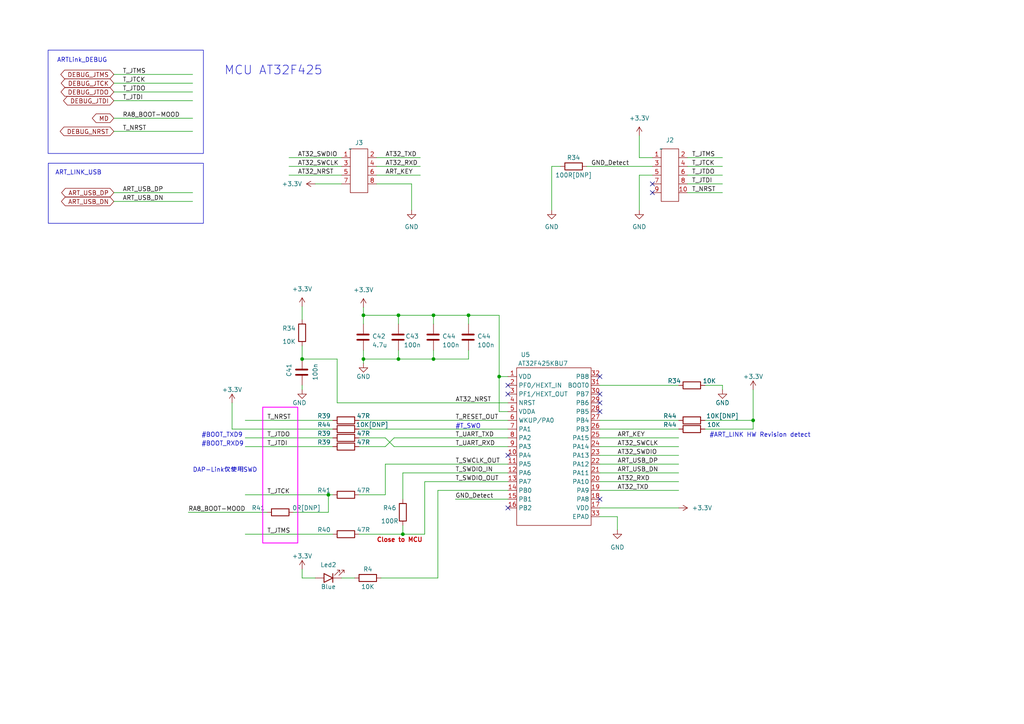
<source format=kicad_sch>
(kicad_sch (version 20230121) (generator eeschema)
  (paper "A4")
  (lib_symbols
    (symbol "Cap_2" (pin_numbers hide) (pin_names hide)
      (property "Reference" "C?" (at 0 5.08 0))
      (property "Value" "Cap_2" (at 0 3.81 0))
      (symbol "Cap_2_0_1"
        (polyline (pts (xy -0.762 -1.778) (xy -0.762 1.524)) (stroke (width 0.5)))
        (polyline (pts (xy 0.762 -1.778) (xy 0.762 1.524)) (stroke (width 0.5)))
      )
      (symbol "Cap_2_1_1"
        (pin passive line (at -3.81 0 0) (length 2.8) (name "~") (number "1"))
        (pin passive line (at 3.81 0 180) (length 2.8) (name "~") (number "2"))
      )
    )
    (symbol "RA8:2*4p"
      (property "Reference" "J" (at 0 0 0))
      (symbol "2*4p_0_1"
        (rectangle (start 0 0) (end 5.08 -12.7))
      )
      (symbol "2*4p_1_1"
        (pin bidirectional line (at -2.54 -2.54 0) (length 2.54) (name "") (number "1"))
        (pin bidirectional line (at 7.62 -2.54 180) (length 2.54) (name "") (number "2"))
        (pin bidirectional line (at -2.54 -5.08 0) (length 2.54) (name "") (number "3"))
        (pin bidirectional line (at 7.62 -5.08 180) (length 2.54) (name "") (number "4"))
        (pin bidirectional line (at -2.54 -7.62 0) (length 2.54) (name "") (number "5"))
        (pin bidirectional line (at 7.62 -7.62 180) (length 2.54) (name "") (number "6"))
        (pin bidirectional line (at -2.54 -10.16 0) (length 2.54) (name "") (number "7"))
        (pin bidirectional line (at 7.62 -10.16 180) (length 2.54) (name "") (number "8"))
      )
    )
    (symbol "RA8:2*5p"
      (property "Reference" "J" (at 0 0 0))
      (symbol "2*5p_0_1"
        (rectangle (start 0 0) (end 5.08 -15.24))
      )
      (symbol "2*5p_1_1"
        (pin bidirectional line (at -2.54 -2.54 0) (length 2.54) (name "") (number "1"))
        (pin bidirectional line (at 7.62 -12.7 180) (length 2.54) (name "") (number "10"))
        (pin bidirectional line (at 7.62 -2.54 180) (length 2.54) (name "") (number "2"))
        (pin bidirectional line (at -2.54 -5.08 0) (length 2.54) (name "") (number "3"))
        (pin bidirectional line (at 7.62 -5.08 180) (length 2.54) (name "") (number "4"))
        (pin bidirectional line (at -2.54 -7.62 0) (length 2.54) (name "") (number "5"))
        (pin bidirectional line (at 7.62 -7.62 180) (length 2.54) (name "") (number "6"))
        (pin bidirectional line (at -2.54 -10.16 0) (length 2.54) (name "") (number "7"))
        (pin bidirectional line (at 7.62 -10.16 180) (length 2.54) (name "") (number "8"))
        (pin bidirectional line (at -2.54 -12.7 0) (length 2.54) (name "") (number "9"))
      )
    )
    (symbol "jhong:AT32F415"
      (property "Reference" "U1" (at -8.89 1.27 0))
      (property "Value" "AT32F425KBU7" (at -3.81 -1.27 0))
      (symbol "AT32F415_0_1"
        (rectangle (start -11.43 -2.54) (end 10.16 -48.26))
      )
      (symbol "AT32F415_1_1"
        (pin power_in line (at -13.97 -5.08 0) (length 2.54) (name "VDD") (number "1"))
        (pin bidirectional line (at -13.97 -27.94 0) (length 2.54) (name "PA4") (number "10"))
        (pin bidirectional line (at -13.97 -30.48 0) (length 2.54) (name "PA5") (number "11"))
        (pin bidirectional line (at -13.97 -33.02 0) (length 2.54) (name "PA6") (number "12"))
        (pin bidirectional line (at -13.97 -35.56 0) (length 2.54) (name "PA7") (number "13"))
        (pin bidirectional line (at -13.97 -38.1 0) (length 2.54) (name "PB0") (number "14"))
        (pin bidirectional line (at -13.97 -40.64 0) (length 2.54) (name "PB1") (number "15"))
        (pin bidirectional line (at -13.97 -43.18 0) (length 2.54) (name "PB2") (number "16"))
        (pin power_in line (at 12.7 -43.18 180) (length 2.54) (name "VDD") (number "17"))
        (pin bidirectional line (at 12.7 -40.64 180) (length 2.54) (name "PA8") (number "18"))
        (pin bidirectional line (at 12.7 -38.1 180) (length 2.54) (name "PA9") (number "19"))
        (pin bidirectional line (at -13.97 -7.62 0) (length 2.54) (name "PF0/HEXT_IN") (number "2"))
        (pin bidirectional line (at 12.7 -35.56 180) (length 2.54) (name "PA10") (number "20"))
        (pin bidirectional line (at 12.7 -33.02 180) (length 2.54) (name "PA11") (number "21"))
        (pin bidirectional line (at 12.7 -30.48 180) (length 2.54) (name "PA12") (number "22"))
        (pin bidirectional line (at 12.7 -27.94 180) (length 2.54) (name "PA13") (number "23"))
        (pin bidirectional line (at 12.7 -25.4 180) (length 2.54) (name "PA14") (number "24"))
        (pin bidirectional line (at 12.7 -22.86 180) (length 2.54) (name "PA15") (number "25"))
        (pin bidirectional line (at 12.7 -20.32 180) (length 2.54) (name "PB3") (number "26"))
        (pin bidirectional line (at 12.7 -17.78 180) (length 2.54) (name "PB4") (number "27"))
        (pin bidirectional line (at 12.7 -15.24 180) (length 2.54) (name "PB5") (number "28"))
        (pin bidirectional line (at 12.7 -12.7 180) (length 2.54) (name "PB6") (number "29"))
        (pin bidirectional line (at -13.97 -10.16 0) (length 2.54) (name "PF1/HEXT_OUT") (number "3"))
        (pin bidirectional line (at 12.7 -10.16 180) (length 2.54) (name "PB7") (number "30"))
        (pin output line (at 12.7 -7.62 180) (length 2.54) (name "BOOT0") (number "31"))
        (pin bidirectional line (at 12.7 -5.08 180) (length 2.54) (name "PB8") (number "32"))
        (pin power_out line (at 12.7 -45.72 180) (length 2.54) (name "EPAD") (number "33"))
        (pin input line (at -13.97 -12.7 0) (length 2.54) (name "NRST") (number "4"))
        (pin power_in line (at -13.97 -15.24 0) (length 2.54) (name "VDDA") (number "5"))
        (pin bidirectional line (at -13.97 -17.78 0) (length 2.54) (name "WKUP/PA0") (number "6"))
        (pin bidirectional line (at -13.97 -20.32 0) (length 2.54) (name "PA1") (number "7"))
        (pin bidirectional line (at -13.97 -22.86 0) (length 2.54) (name "PA2") (number "8"))
        (pin bidirectional line (at -13.97 -25.4 0) (length 2.54) (name "PA3") (number "9"))
      )
    )
    (symbol "jhong:Cap" (pin_numbers hide) (pin_names hide)
      (property "Reference" "C?" (at 0 5.08 0))
      (property "Value" "Cap" (at 0 3.81 0))
      (symbol "Cap_0_1"
        (polyline (pts (xy -0.762 -1.778) (xy -0.762 1.524)) (stroke (width 0.5)))
        (polyline (pts (xy 0.762 -1.778) (xy 0.762 1.524)) (stroke (width 0.5)))
      )
      (symbol "Cap_1_1"
        (pin passive line (at -3.81 0 0) (length 2.8) (name "~") (number "1"))
        (pin passive line (at 3.81 0 180) (length 2.8) (name "~") (number "2"))
      )
    )
    (symbol "jhong:Led" (pin_numbers hide) (pin_names hide)
      (property "Reference" "Led?" (at 0.635 3.81 0))
      (property "Value" "Led" (at 0 1.905 0))
      (symbol "Led_0_1"
        (polyline (pts (xy 1.27 1.27) (xy 1.27 -1.27)) (stroke (width 0.254)))
        (polyline (pts (xy -1.27 1.27) (xy -1.27 -1.27) (xy 1.27 0) (xy -1.27 1.27)) (stroke (width 0.254)))
        (polyline (pts (xy 1.778 0.762) (xy 3.302 2.286) (xy 2.54 2.286) (xy 3.302 2.286) (xy 3.302 1.524)))
        (polyline (pts (xy 3.048 0.762) (xy 4.572 2.286) (xy 3.81 2.286) (xy 4.572 2.286) (xy 4.572 1.524)))
      )
      (symbol "Led_1_1"
        (pin passive line (at -3.81 0 0) (length 2.54) (name "A") (number "1"))
        (pin passive line (at 3.81 0 180) (length 2.54) (name "K") (number "2"))
      )
    )
    (symbol "jhong:Res" (pin_numbers hide) (pin_names hide)
      (property "Reference" "R?" (at -0.508 4.318 0))
      (property "Value" "Res" (at 0 2.54 0))
      (symbol "Res_0_1"
        (rectangle (start -2.54 1.016) (end 2.54 -1.016) (stroke (width 0.254)))
      )
      (symbol "Res_1_1"
        (pin passive line (at -3.81 0 0) (length 1.27) (name "~") (number "1"))
        (pin passive line (at 3.81 0 180) (length 1.27) (name "~") (number "2"))
      )
    )
    (symbol "power:+3.3V" (power) (pin_names (offset 0))
      (property "Value" "+3.3V" (at 0 3.556 0))
      (symbol "+3.3V_0_1"
        (polyline (pts (xy -0.762 1.27) (xy 0 2.54)))
        (polyline (pts (xy 0 0) (xy 0 2.54)))
        (polyline (pts (xy 0 2.54) (xy 0.762 1.27)))
      )
      (symbol "+3.3V_1_1"
        (pin power_in line (at 0 0 90) (length 0) hide (name "+3.3V") (number "1"))
      )
    )
    (symbol "power:GND" (power) (pin_names (offset 0))
      (property "Value" "GND" (at 0 -3.81 0))
      (symbol "GND_0_1"
        (polyline (pts (xy 0 0) (xy 0 -1.27) (xy 1.27 -1.27) (xy 0 -2.54) (xy -1.27 -1.27) (xy 0 -1.27)))
      )
      (symbol "GND_1_1"
        (pin power_in line (at 0 0 270) (length 0) hide (name "GND") (number "1"))
      )
    )
  )
  (junction (at 116.84 154.94))
  (junction (at 87.63 104.14))
  (junction (at 125.73 104.14))
  (junction (at 125.73 91.44))
  (junction (at 105.41 91.44))
  (junction (at 105.41 104.14))
  (junction (at 218.44 121.92))
  (junction (at 144.78 109.22))
  (junction (at 95.25 143.51))
  (junction (at 115.57 104.14))
  (junction (at 115.57 91.44))
  (junction (at 135.89 91.44))
  (no_connect (at 147.32 132.08))
  (no_connect (at 173.99 116.84))
  (no_connect (at 147.32 111.76))
  (no_connect (at 173.99 109.22))
  (no_connect (at 173.99 119.38))
  (no_connect (at 147.32 147.32))
  (no_connect (at 189.23 53.34))
  (no_connect (at 147.32 114.3))
  (no_connect (at 189.23 55.88))
  (no_connect (at 173.99 144.78))
  (no_connect (at 173.99 114.3))
  (wire (pts (xy 67.31 124.46) (xy 96.52 124.46)))
  (wire (pts (xy 135.89 104.14) (xy 125.73 104.14)))
  (wire (pts (xy 95.25 148.59) (xy 95.25 143.51)))
  (wire (pts (xy 173.99 121.92) (xy 196.85 121.92)))
  (wire (pts (xy 33.02 38.1) (xy 55.88 38.1)))
  (wire (pts (xy 170.18 48.26) (xy 189.23 48.26)))
  (wire (pts (xy 87.63 111.76) (xy 87.63 113.03)))
  (wire (pts (xy 199.39 55.88) (xy 209.55 55.88)))
  (wire (pts (xy 109.22 53.34) (xy 119.38 53.34)))
  (wire (pts (xy 104.14 121.92) (xy 147.32 121.92)))
  (wire (pts (xy 189.23 50.8) (xy 185.42 50.8)))
  (wire (pts (xy 147.32 119.38) (xy 144.78 119.38)))
  (wire (pts (xy 111.76 143.51) (xy 104.14 143.51)))
  (wire (pts (xy 33.02 55.88) (xy 55.88 55.88)))
  (wire (pts (xy 173.99 149.86) (xy 179.07 149.86)))
  (wire (pts (xy 173.99 127) (xy 196.85 127)))
  (wire (pts (xy 67.31 116.84) (xy 67.31 124.46)))
  (wire (pts (xy 71.12 127) (xy 96.52 127)))
  (wire (pts (xy 209.55 113.03) (xy 209.55 111.76)))
  (wire (pts (xy 97.79 116.84) (xy 147.32 116.84)))
  (wire (pts (xy 87.63 100.33) (xy 87.63 104.14)))
  (wire (pts (xy 204.47 121.92) (xy 218.44 121.92)))
  (wire (pts (xy 162.56 48.26) (xy 160.02 48.26)))
  (wire (pts (xy 71.12 143.51) (xy 95.25 143.51)))
  (wire (pts (xy 199.39 53.34) (xy 209.55 53.34)))
  (wire (pts (xy 125.73 93.98) (xy 125.73 91.44)))
  (wire (pts (xy 116.84 137.16) (xy 116.84 144.78)))
  (wire (pts (xy 109.22 45.72) (xy 121.92 45.72)))
  (wire (pts (xy 209.55 111.76) (xy 204.47 111.76)))
  (wire (pts (xy 109.22 48.26) (xy 121.92 48.26)))
  (wire (pts (xy 127 142.24) (xy 147.32 142.24)))
  (wire (pts (xy 132.08 144.78) (xy 147.32 144.78)))
  (wire (pts (xy 87.63 167.64) (xy 87.63 165.1)))
  (wire (pts (xy 185.42 45.72) (xy 189.23 45.72)))
  (wire (pts (xy 105.41 91.44) (xy 105.41 93.98)))
  (wire (pts (xy 33.02 21.59) (xy 55.88 21.59)))
  (wire (pts (xy 135.89 91.44) (xy 135.89 93.98)))
  (wire (pts (xy 111.76 134.62) (xy 111.76 143.51)))
  (wire (pts (xy 105.41 101.6) (xy 105.41 104.14)))
  (wire (pts (xy 104.14 154.94) (xy 116.84 154.94)))
  (wire (pts (xy 111.76 129.54) (xy 114.3 127)))
  (wire (pts (xy 91.44 53.34) (xy 99.06 53.34)))
  (wire (pts (xy 71.12 121.92) (xy 96.52 121.92)))
  (wire (pts (xy 111.76 127) (xy 114.3 129.54)))
  (wire (pts (xy 125.73 91.44) (xy 135.89 91.44)))
  (wire (pts (xy 114.3 127) (xy 147.32 127)))
  (wire (pts (xy 33.02 34.29) (xy 55.88 34.29)))
  (wire (pts (xy 179.07 149.86) (xy 179.07 153.67)))
  (wire (pts (xy 83.82 50.8) (xy 99.06 50.8)))
  (wire (pts (xy 104.14 124.46) (xy 147.32 124.46)))
  (wire (pts (xy 109.22 50.8) (xy 121.92 50.8)))
  (wire (pts (xy 173.99 139.7) (xy 196.85 139.7)))
  (wire (pts (xy 87.63 167.64) (xy 91.44 167.64)))
  (wire (pts (xy 199.39 50.8) (xy 209.55 50.8)))
  (wire (pts (xy 83.82 45.72) (xy 99.06 45.72)))
  (wire (pts (xy 33.02 29.21) (xy 55.88 29.21)))
  (wire (pts (xy 135.89 91.44) (xy 144.78 91.44)))
  (wire (pts (xy 218.44 121.92) (xy 218.44 124.46)))
  (wire (pts (xy 144.78 109.22) (xy 147.32 109.22)))
  (wire (pts (xy 104.14 129.54) (xy 111.76 129.54)))
  (wire (pts (xy 104.14 127) (xy 111.76 127)))
  (wire (pts (xy 123.19 154.94) (xy 116.84 154.94)))
  (wire (pts (xy 218.44 124.46) (xy 204.47 124.46)))
  (wire (pts (xy 114.3 129.54) (xy 147.32 129.54)))
  (wire (pts (xy 54.61 148.59) (xy 77.47 148.59)))
  (wire (pts (xy 173.99 124.46) (xy 196.85 124.46)))
  (wire (pts (xy 173.99 147.32) (xy 196.85 147.32)))
  (wire (pts (xy 116.84 137.16) (xy 147.32 137.16)))
  (wire (pts (xy 97.79 104.14) (xy 97.79 116.84)))
  (wire (pts (xy 199.39 48.26) (xy 209.55 48.26)))
  (wire (pts (xy 115.57 104.14) (xy 125.73 104.14)))
  (wire (pts (xy 173.99 132.08) (xy 196.85 132.08)))
  (wire (pts (xy 71.12 129.54) (xy 96.52 129.54)))
  (wire (pts (xy 144.78 91.44) (xy 144.78 109.22)))
  (wire (pts (xy 33.02 26.67) (xy 55.88 26.67)))
  (wire (pts (xy 87.63 104.14) (xy 97.79 104.14)))
  (wire (pts (xy 115.57 101.6) (xy 115.57 104.14)))
  (wire (pts (xy 173.99 142.24) (xy 196.85 142.24)))
  (wire (pts (xy 105.41 105.41) (xy 105.41 104.14)))
  (wire (pts (xy 144.78 119.38) (xy 144.78 109.22)))
  (wire (pts (xy 87.63 88.9) (xy 87.63 92.71)))
  (wire (pts (xy 135.89 101.6) (xy 135.89 104.14)))
  (wire (pts (xy 125.73 104.14) (xy 125.73 101.6)))
  (wire (pts (xy 173.99 134.62) (xy 196.85 134.62)))
  (wire (pts (xy 127 167.64) (xy 127 142.24)))
  (wire (pts (xy 95.25 143.51) (xy 96.52 143.51)))
  (wire (pts (xy 105.41 91.44) (xy 115.57 91.44)))
  (wire (pts (xy 85.09 148.59) (xy 95.25 148.59)))
  (wire (pts (xy 185.42 50.8) (xy 185.42 60.96)))
  (wire (pts (xy 199.39 45.72) (xy 209.55 45.72)))
  (wire (pts (xy 115.57 91.44) (xy 115.57 93.98)))
  (wire (pts (xy 33.02 24.13) (xy 55.88 24.13)))
  (wire (pts (xy 105.41 89.154) (xy 105.41 91.44)))
  (wire (pts (xy 185.42 39.37) (xy 185.42 45.72)))
  (wire (pts (xy 218.44 113.03) (xy 218.44 121.92)))
  (wire (pts (xy 173.99 129.54) (xy 196.85 129.54)))
  (wire (pts (xy 110.49 167.64) (xy 127 167.64)))
  (wire (pts (xy 116.84 154.94) (xy 116.84 152.4)))
  (wire (pts (xy 33.02 58.42) (xy 55.88 58.42)))
  (wire (pts (xy 99.06 167.64) (xy 102.87 167.64)))
  (wire (pts (xy 173.99 111.76) (xy 196.85 111.76)))
  (wire (pts (xy 105.41 104.14) (xy 115.57 104.14)))
  (wire (pts (xy 123.19 139.7) (xy 123.19 154.94)))
  (wire (pts (xy 119.38 53.34) (xy 119.38 60.96)))
  (wire (pts (xy 147.32 139.7) (xy 123.19 139.7)))
  (wire (pts (xy 115.57 91.44) (xy 125.73 91.44)))
  (wire (pts (xy 71.12 154.94) (xy 96.52 154.94)))
  (wire (pts (xy 160.02 48.26) (xy 160.02 60.96)))
  (wire (pts (xy 173.99 137.16) (xy 196.85 137.16)))
  (wire (pts (xy 83.82 48.26) (xy 99.06 48.26)))
  (wire (pts (xy 111.76 134.62) (xy 147.32 134.62)))
  (rectangle (start 76.2 118.11) (end 86.36 157.48) (stroke (width 0.254) (color 255 0 255 1)))
  (rectangle (start 14 47.348) (end 59 64.77))
  (rectangle (start 13.95 14.538) (end 59 44.51))
  (text "#BOOT_RXD9" (at 58.42 129.54 0) (effects (font (size 1.27 1.27)) (justify left bottom)))
  (text "#BOOT_TXD9" (at 58.42 127 0) (effects (font (size 1.27 1.27)) (justify left bottom)))
  (text "DAP-Link仅使用SWD" (at 55.88 137.16 0) (effects (font (size 1.27 1.27)) (justify left bottom)))
  (text "ARTLink_DEBUG\n\n" (at 16.51 20.32 0) (effects (font (size 1.27 1.27)) (justify left bottom)))
  (text "#ART_LINK HW Revision detect" (at 205.74 127 0) (effects (font (size 1.27 1.27)) (justify left bottom)))
  (text "MCU AT32F425" (at 65 22 0) (effects (font (size 2.54 2.54)) (justify left bottom)))
  (text "Close to MCU" (at 109.22 157.48 0) (effects (font (size 1.27 1.27) bold) (justify left bottom)))
  (text "ART_LINK_USB" (at 15.998 50.904 0) (effects (font (size 1.27 1.27)) (justify left bottom)))
  (text "#T_SWO" (at 132.08 124.46 0) (effects (font (size 1.27 1.27)) (justify left bottom)))
  (label "T_JTCK" (at 77.47 143.51 0))
  (label "T_JTDO" (at 77.47 127 0))
  (label "GND_Detect" (at 171.45 48.26 0))
  (label "AT32_SWDIO" (at 179.07 132.08 0))
  (label "T_JTDO" (at 200.66 50.8 0))
  (label "ART_KEY" (at 111.76 50.8 0))
  (label "T_UART_RXD" (at 132.08 129.54 0))
  (label "ART_KEY" (at 179.07 127 0))
  (label "T_NRST" (at 77.47 121.92 0))
  (label "RA8_BOOT-MOOD" (at 35.56 34.29 0))
  (label "T_UART_TXD" (at 132.08 127 0))
  (label "T_RESET_OUT" (at 132.08 121.92 0))
  (label "AT32_SWCLK" (at 179.07 129.54 0))
  (label "AT32_TXD" (at 111.76 45.72 0))
  (label "AT32_NRST" (at 132.08 116.84 0))
  (label "AT32_SWCLK" (at 86.36 48.26 0))
  (label "ART_USB_DN" (at 179.07 137.16 0))
  (label "ART_USB_DP" (at 35.56 55.88 0))
  (label "T_NRST" (at 35.56 38.1 0))
  (label "T_JTMS" (at 200.66 45.72 0))
  (label "ART_USB_DN" (at 35.56 58.42 0))
  (label "T_JTCK" (at 35.56 24.13 0))
  (label "GND_Detect" (at 132.08 144.78 0))
  (label "T_JTMS" (at 77.47 154.94 0))
  (label "T_SWDIO_OUT" (at 132.08 139.7 0))
  (label "T_JTDO" (at 35.56 26.67 0))
  (label "ART_USB_DP" (at 179.07 134.62 0))
  (label "T_JTDI" (at 77.47 129.54 0))
  (label "AT32_SWDIO" (at 86.36 45.72 0))
  (label "AT32_NRST" (at 86.36 50.8 0))
  (label "T_SWDIO_IN" (at 132.08 137.16 0))
  (label "T_NRST" (at 200.66 55.88 0))
  (label "T_JTDI" (at 200.66 53.34 0))
  (label "T_JTMS" (at 35.56 21.59 0))
  (label "T_SWCLK_OUT" (at 132.08 134.62 0))
  (label "AT32_TXD" (at 179.07 142.24 0))
  (label "T_JTCK" (at 200.66 48.26 0))
  (label "T_JTDI" (at 35.56 29.21 0))
  (label "RA8_BOOT-MOOD" (at 54.61 148.59 0))
  (label "AT32_RXD" (at 111.76 48.26 0))
  (label "AT32_RXD" (at 179.07 139.7 0))
  (global_label "DEBUG_JTCK" (shape bidirectional) (at 33.02 24.13 180) (property "Intersheetrefs" "${INTERSHEET_REFS}" (effects hide)))
  (global_label "DEBUG_NRST" (shape bidirectional) (at 33.02 38.1 180) (property "Intersheetrefs" "${INTERSHEET_REFS}" (effects hide)))
  (global_label "ART_USB_DP" (shape bidirectional) (at 33.02 55.88 180) (property "Intersheetrefs" "${INTERSHEET_REFS}" (effects hide)))
  (global_label "ART_USB_DN" (shape bidirectional) (at 33.02 58.42 180) (property "Intersheetrefs" "${INTERSHEET_REFS}" (effects hide)))
  (global_label "DEBUG_JTDO" (shape bidirectional) (at 33.02 26.67 180) (property "Intersheetrefs" "${INTERSHEET_REFS}" (effects hide)))
  (global_label "DEBUG_JTMS" (shape bidirectional) (at 33.02 21.59 180) (property "Intersheetrefs" "${INTERSHEET_REFS}" (effects hide)))
  (global_label "MD" (shape bidirectional) (at 33.02 34.29 180) (property "Intersheetrefs" "${INTERSHEET_REFS}" (effects hide)))
  (global_label "DEBUG_JTDI" (shape bidirectional) (at 33.02 29.21 180) (property "Intersheetrefs" "${INTERSHEET_REFS}" (effects hide)))
  (symbol (lib_id "power:GND") (at 105.41 105.41 0) (unit 1)
    (property "Reference" "#PWR0102" (effects hide))
    (property "Value" "GND" (at 105.41 109.22 0))
    (instances (project "rtt_lcd_v3.1" (path "" (reference "#PWR0102") (unit 1))) (project "art-link" (path "" (reference "#PWR016") (unit 1))) (project "RA8_main" (path "" (reference "#PWR090") (unit 1))) (project "8.ART_Link" (path "" (reference "#PWR0102") (unit 1))))
  )
  (symbol (lib_id "jhong:Res") (at 100.33 127 0) (unit 1)
    (property "Reference" "R39" (at 93.98 125.73 0))
    (property "Value" "47R" (at 105.41 125.73 0))
    (property "Footprint" "RA8Library:R0402" (effects hide))
    (property "Manufacturer" "YAGEO(国巨)" (effects hide))
    (property "Comment" "22R/1%" (effects hide))
    (instances (project "rtt_lcd_v3.1" (path "" (reference "R39") (unit 1))) (project "art-link" (path "" (reference "R4") (unit 1))) (project "RA8_main" (path "" (reference "R36") (unit 1))) (project "8.ART_Link" (path "" (reference "R39") (unit 1))))
  )
  (symbol (lib_id "jhong:Cap") (at 125.73 97.79 270) (unit 1)
    (property "Reference" "C44" (at 128.27 97.536 90) (effects (justify left)))
    (property "Value" "100n" (at 128.27 100.076 90) (effects (justify left)))
    (property "Footprint" "RA8Library:C0402" (effects hide))
    (property "Manufacturer" "SAMSUNG(三星)" (effects hide))
    (property "Comment" "100nF/50V" (effects hide))
    (instances (project "rtt_lcd_v3.1" (path "" (reference "C44") (unit 1))) (project "art-link" (path "" (reference "C11") (unit 1))) (project "RA8_main" (path "" (reference "C49") (unit 1))) (project "8.ART_Link" (path "" (reference "C44") (unit 1))))
  )
  (symbol (lib_id "power:GND") (at 179.07 153.67 0) (unit 1)
    (property "Reference" "#PWR0110" (effects hide))
    (property "Value" "GND" (at 179.07 158.75 0))
    (instances (project "rtt_lcd_v3.1" (path "" (reference "#PWR0110") (unit 1))) (project "art-link" (path "" (reference "#PWR09") (unit 1))) (project "RA8_main" (path "" (reference "#PWR091") (unit 1))) (project "8.ART_Link" (path "" (reference "#PWR0110") (unit 1))))
  )
  (symbol (lib_id "jhong:Led") (at 95.25 167.64 0) (unit 1)
    (property "Reference" "Led2" (at 95.25 163.83 0))
    (property "Value" "Blue" (at 95.25 170.18 0))
    (property "Footprint" "RA8Library:0603-LED" (effects hide))
    (property "Manufacturer" "国星光电" (effects hide))
    (property "Comment" "RED" (effects hide))
    (instances (project "rtt_lcd_v3.1" (path "" (reference "Led2") (unit 1)) (path "" (reference "Led5") (unit 1))) (project "art-link" (path "" (reference "Led2") (unit 1))) (project "RA8_main" (path "" (reference "Led2") (unit 1))) (project "8.ART_Link" (path "" (reference "Led2") (unit 1))))
  )
  (symbol (lib_id "power:GND") (at 209.55 113.03 0) (unit 1)
    (property "Reference" "#PWR0104" (effects hide))
    (property "Value" "GND" (at 209.55 116.84 0))
    (instances (project "rtt_lcd_v3.1" (path "" (reference "#PWR0104") (unit 1))) (project "art-link" (path "" (reference "#PWR012") (unit 1))) (project "RA8_main" (path "" (reference "#PWR094") (unit 1))) (project "8.ART_Link" (path "" (reference "#PWR0104") (unit 1))))
  )
  (symbol (lib_id "jhong:Res") (at 100.33 124.46 180) (unit 1)
    (property "Reference" "R44" (at 93.98 123.19 0))
    (property "Value" "10K[DNP]" (at 107.95 123.19 0))
    (property "Footprint" "RA8Library:R0402" (effects hide))
    (property "Manufacturer" "YAGEO(国巨)" (effects hide))
    (property "Comment" "10K/1%" (effects hide))
    (instances (project "rtt_lcd_v3.1" (path "" (reference "R44") (unit 1))) (project "art-link" (path "" (reference "R18") (unit 1))) (project "RA8_main" (path "" (reference "R35") (unit 1))) (project "8.ART_Link" (path "" (reference "R44") (unit 1))))
  )
  (symbol (lib_id "power:GND") (at 160.02 60.96 0) (unit 1)
    (property "Reference" "#PWR0102" (effects hide))
    (property "Value" "GND" (at 160.02 65.786 0))
    (instances (project "rtt_lcd_v3.1" (path "" (reference "#PWR0102") (unit 1))) (project "art-link" (path "" (reference "#PWR016") (unit 1))) (project "RA8_main" (path "" (reference "#PWR093") (unit 1))) (project "8.ART_Link" (path "" (reference "#PWR0102") (unit 1))))
  )
  (symbol (lib_id "power:+3.3V") (at 87.63 88.9 0) (unit 1)
    (property "Reference" "#PWR0103" (effects hide))
    (property "Value" "+3.3V" (at 87.63 83.82 0))
    (instances (project "rtt_lcd_v3.1" (path "" (reference "#PWR0103") (unit 1))) (project "art-link" (path "" (reference "#PWR06") (unit 1))) (project "RA8_main" (path "" (reference "#PWR086") (unit 1))) (project "8.ART_Link" (path "" (reference "#PWR0103") (unit 1))))
  )
  (symbol (lib_id "jhong:Cap") (at 105.41 97.79 270) (unit 1)
    (property "Reference" "C42" (at 107.95 97.536 90) (effects (justify left)))
    (property "Value" "4.7u" (at 107.95 100.076 90) (effects (justify left)))
    (property "Footprint" "RA8Library:C0402" (effects hide))
    (property "Manufacturer" "SAMSUNG(三星)" (effects hide))
    (property "Comment" "4.7u/50V" (effects hide))
    (instances (project "rtt_lcd_v3.1" (path "" (reference "C42") (unit 1))) (project "art-link" (path "" (reference "C9") (unit 1))) (project "RA8_main" (path "" (reference "C47") (unit 1))) (project "8.ART_Link" (path "" (reference "C42") (unit 1))))
  )
  (symbol (lib_id "jhong:Res") (at 166.37 48.26 180) (unit 1)
    (property "Reference" "R34" (at 166.37 45.72 0))
    (property "Value" "100R[DNP]" (at 166.37 50.8 0))
    (property "Footprint" "RA8Library:R0402" (effects hide))
    (property "Manufacturer" "YAGEO(国巨)" (effects hide))
    (property "Comment" "10K/1%" (effects hide))
    (instances (project "rtt_lcd_v3.1" (path "" (reference "R34") (unit 1))) (project "art-link" (path "" (reference "R1") (unit 1))) (project "RA8_main" (path "" (reference "R45") (unit 1))) (project "8.ART_Link" (path "" (reference "R34") (unit 1))))
  )
  (symbol (lib_id "jhong:Res") (at 106.68 167.64 0) (unit 1)
    (property "Reference" "R4" (at 106.68 165.1 0))
    (property "Value" "10K" (at 106.68 170.18 0))
    (property "Footprint" "RA8Library:R0402" (effects hide))
    (property "Manufacturer" "YAGEO(国巨)" (effects hide))
    (property "Comment" "2K/1%" (effects hide))
    (instances (project "rtt_lcd_v3.1" (path "" (reference "R4") (unit 1)) (path "" (reference "R45") (unit 1))) (project "art-link" (path "" (reference "R19") (unit 1))) (project "RA8_main" (path "" (reference "R40") (unit 1))) (project "8.ART_Link" (path "" (reference "R4") (unit 1))))
  )
  (symbol (lib_id "jhong:Cap") (at 115.57 97.79 270) (unit 1)
    (property "Reference" "C43" (at 117.602 97.536 90) (effects (justify left)))
    (property "Value" "100n" (at 117.094 100.076 90) (effects (justify left)))
    (property "Footprint" "RA8Library:C0402" (effects hide))
    (property "Manufacturer" "SAMSUNG(三星)" (effects hide))
    (property "Comment" "100nF/50V" (effects hide))
    (instances (project "rtt_lcd_v3.1" (path "" (reference "C43") (unit 1))) (project "art-link" (path "" (reference "C10") (unit 1))) (project "RA8_main" (path "" (reference "C48") (unit 1))) (project "8.ART_Link" (path "" (reference "C43") (unit 1))))
  )
  (symbol (lib_id "jhong:Res") (at 200.66 124.46 180) (unit 1)
    (property "Reference" "R44" (at 194.31 123.19 0))
    (property "Value" "10K" (at 207.01 123.19 0))
    (property "Footprint" "RA8Library:R0402" (effects hide))
    (property "Manufacturer" "YAGEO(国巨)" (effects hide))
    (property "Comment" "10K/1%" (effects hide))
    (instances (project "rtt_lcd_v3.1" (path "" (reference "R44") (unit 1))) (project "art-link" (path "" (reference "R18") (unit 1))) (project "RA8_main" (path "" (reference "R44") (unit 1))) (project "8.ART_Link" (path "" (reference "R44") (unit 1))))
  )
  (symbol (lib_id "jhong:Res") (at 200.66 121.92 180) (unit 1)
    (property "Reference" "R44" (at 194.31 120.65 0))
    (property "Value" "10K[DNP]" (at 209.55 120.65 0))
    (property "Footprint" "RA8Library:R0402" (effects hide))
    (property "Manufacturer" "YAGEO(国巨)" (effects hide))
    (property "Comment" "10K/1%" (effects hide))
    (instances (project "rtt_lcd_v3.1" (path "" (reference "R44") (unit 1))) (project "art-link" (path "" (reference "R18") (unit 1))) (project "RA8_main" (path "" (reference "R43") (unit 1))) (project "8.ART_Link" (path "" (reference "R44") (unit 1))))
  )
  (symbol (lib_id "power:+3.3V") (at 196.85 147.32 270) (unit 1)
    (property "Reference" "#PWR0108" (effects hide))
    (property "Value" "+3.3V" (at 200.66 147.3199 90) (effects (justify left)))
    (instances (project "rtt_lcd_v3.1" (path "" (reference "#PWR0108") (unit 1))) (project "art-link" (path "" (reference "#PWR011") (unit 1))) (project "RA8_main" (path "" (reference "#PWR092") (unit 1))) (project "8.ART_Link" (path "" (reference "#PWR0108") (unit 1))))
  )
  (symbol (lib_id "RA8:2*5p") (at 191.77 43.18 0) (unit 1)
    (property "Reference" "J2" (at 194.31 40.64 0))
    (property "Value" "~" (at 191.77 43.18 0))
    (property "Footprint" "RA8Library:2x5p_SMD-1.27mm" (effects hide))
  )
  (symbol (lib_id "power:+3.3V") (at 91.44 53.34 90) (unit 1)
    (property "Reference" "#PWR0100" (effects hide))
    (property "Value" "+3.3V" (at 87.63 53.34 90) (effects (justify left)))
    (instances (project "rtt_lcd_v3.1" (path "" (reference "#PWR0100") (unit 1))) (project "art-link" (path "" (reference "#PWR015") (unit 1))) (project "RA8_main" (path "" (reference "#PWR098") (unit 1))) (project "8.ART_Link" (path "" (reference "#PWR0100") (unit 1))))
  )
  (symbol (lib_id "jhong:AT32F415") (at 161.29 104.14 0) (unit 1)
    (property "Reference" "U5" (at 152.4 102.87 0))
    (property "Value" "AT32F425KBU7" (at 157.48 105.41 0))
    (property "Footprint" "Package_DFN_QFN:QFN-32-1EP_4x4mm_P0.4mm_EP2.65x2.65mm" (effects hide))
    (property "Manufacturer" "ArteryTek" (effects hide))
    (instances (project "rtt_lcd_v3.1" (path "" (reference "U5") (unit 1))) (project "art-link" (path "" (reference "U2") (unit 1))) (project "RA8_main" (path "" (reference "U10") (unit 1))) (project "8.ART_Link" (path "" (reference "U5") (unit 1))))
  )
  (symbol (lib_id "jhong:Res") (at 81.28 148.59 0) (unit 1)
    (property "Reference" "R41" (at 74.93 147.32 0))
    (property "Value" "0R[DNP]" (at 88.9 147.32 0))
    (property "Footprint" "RA8Library:R0402" (effects hide))
    (property "Manufacturer" "YAGEO(国巨)" (effects hide))
    (property "Comment" "22R/1%" (effects hide))
    (instances (project "rtt_lcd_v3.1" (path "" (reference "R41") (unit 1))) (project "art-link" (path "" (reference "R6") (unit 1))) (project "RA8_main" (path "" (reference "R32") (unit 1))) (project "8.ART_Link" (path "" (reference "R41") (unit 1))))
  )
  (symbol (lib_id "jhong:Res") (at 200.66 111.76 0) (unit 1)
    (property "Reference" "R34" (at 195.58 110.49 0))
    (property "Value" "10K" (at 205.74 110.49 0))
    (property "Footprint" "RA8Library:R0402" (effects hide))
    (property "Manufacturer" "YAGEO(国巨)" (effects hide))
    (property "Comment" "10K/1%" (effects hide))
    (instances (project "rtt_lcd_v3.1" (path "" (reference "R34") (unit 1))) (project "art-link" (path "" (reference "R1") (unit 1))) (project "RA8_main" (path "" (reference "R42") (unit 1))) (project "8.ART_Link" (path "" (reference "R34") (unit 1))))
  )
  (symbol (lib_id "power:+3.3V") (at 67.31 116.84 0) (unit 1)
    (property "Reference" "#PWR0112" (effects hide))
    (property "Value" "+3.3V" (at 67.31 113.03 0))
    (instances (project "rtt_lcd_v3.1" (path "" (reference "#PWR0112") (unit 1))) (project "art-link" (path "" (reference "#PWR038") (unit 1))) (project "RA8_main" (path "" (reference "#PWR085") (unit 1))) (project "8.ART_Link" (path "" (reference "#PWR0112") (unit 1))))
  )
  (symbol (lib_id "power:GND") (at 119.38 60.96 0) (unit 1)
    (property "Reference" "#PWR0102" (effects hide))
    (property "Value" "GND" (at 119.38 65.786 0))
    (instances (project "rtt_lcd_v3.1" (path "" (reference "#PWR0102") (unit 1))) (project "art-link" (path "" (reference "#PWR016") (unit 1))) (project "RA8_main" (path "" (reference "#PWR099") (unit 1))) (project "8.ART_Link" (path "" (reference "#PWR0102") (unit 1))))
  )
  (symbol (lib_id "jhong:Res") (at 100.33 121.92 0) (unit 1)
    (property "Reference" "R39" (at 93.98 120.65 0))
    (property "Value" "47R" (at 105.41 120.65 0))
    (property "Footprint" "RA8Library:R0402" (effects hide))
    (property "Manufacturer" "YAGEO(国巨)" (effects hide))
    (property "Comment" "22R/1%" (effects hide))
    (instances (project "rtt_lcd_v3.1" (path "" (reference "R39") (unit 1))) (project "art-link" (path "" (reference "R4") (unit 1))) (project "RA8_main" (path "" (reference "R34") (unit 1))) (project "8.ART_Link" (path "" (reference "R39") (unit 1))))
  )
  (symbol (lib_id "power:GND") (at 185.42 60.96 0) (unit 1)
    (property "Reference" "#PWR0102" (effects hide))
    (property "Value" "GND" (at 185.42 65.786 0))
    (instances (project "rtt_lcd_v3.1" (path "" (reference "#PWR0102") (unit 1))) (project "art-link" (path "" (reference "#PWR016") (unit 1))) (project "RA8_main" (path "" (reference "#PWR097") (unit 1))) (project "8.ART_Link" (path "" (reference "#PWR0102") (unit 1))))
  )
  (symbol (lib_id "jhong:Res") (at 100.33 154.94 0) (unit 1)
    (property "Reference" "R40" (at 93.98 153.67 0))
    (property "Value" "47R" (at 105.41 153.67 0))
    (property "Footprint" "RA8Library:R0402" (effects hide))
    (property "Manufacturer" "YAGEO(国巨)" (effects hide))
    (property "Comment" "22R/1%" (effects hide))
    (instances (project "rtt_lcd_v3.1" (path "" (reference "R40") (unit 1))) (project "art-link" (path "" (reference "R5") (unit 1))) (project "RA8_main" (path "" (reference "R39") (unit 1))) (project "8.ART_Link" (path "" (reference "R40") (unit 1))))
  )
  (symbol (lib_id "jhong:Res") (at 87.63 96.52 90) (unit 1)
    (property "Reference" "R34" (at 83.82 95.25 90))
    (property "Value" "10K" (at 83.82 99.06 90))
    (property "Footprint" "RA8Library:R0402" (effects hide))
    (property "Manufacturer" "YAGEO(国巨)" (effects hide))
    (property "Comment" "10K/1%" (effects hide))
    (instances (project "rtt_lcd_v3.1" (path "" (reference "R34") (unit 1))) (project "art-link" (path "" (reference "R1") (unit 1))) (project "RA8_main" (path "" (reference "R33") (unit 1))) (project "8.ART_Link" (path "" (reference "R34") (unit 1))))
  )
  (symbol (lib_id "power:GND") (at 87.63 113.03 0) (unit 1)
    (property "Reference" "#PWR0105" (effects hide))
    (property "Value" "GND" (at 88.9 116.84 0) (effects (justify right)))
    (instances (project "rtt_lcd_v3.1" (path "" (reference "#PWR0105") (unit 1))) (project "art-link" (path "" (reference "#PWR02") (unit 1))) (project "RA8_main" (path "" (reference "#PWR087") (unit 1))) (project "8.ART_Link" (path "" (reference "#PWR0105") (unit 1))))
  )
  (symbol (lib_id "power:+3.3V") (at 105.41 89.154 0) (unit 1)
    (property "Reference" "#PWR0111" (effects hide))
    (property "Value" "+3.3V" (at 105.41 84.074 0))
    (instances (project "rtt_lcd_v3.1" (path "" (reference "#PWR0111") (unit 1))) (project "art-link" (path "" (reference "#PWR029") (unit 1))) (project "RA8_main" (path "" (reference "#PWR089") (unit 1))) (project "8.ART_Link" (path "" (reference "#PWR0111") (unit 1))))
  )
  (symbol (lib_id "power:+3.3V") (at 185.42 39.37 0) (unit 1)
    (property "Reference" "#PWR0100" (effects hide))
    (property "Value" "+3.3V" (at 185.42 34.29 0))
    (instances (project "rtt_lcd_v3.1" (path "" (reference "#PWR0100") (unit 1))) (project "art-link" (path "" (reference "#PWR015") (unit 1))) (project "RA8_main" (path "" (reference "#PWR096") (unit 1))) (project "8.ART_Link" (path "" (reference "#PWR0100") (unit 1))))
  )
  (symbol (lib_id "jhong:Res") (at 100.33 129.54 0) (unit 1)
    (property "Reference" "R39" (at 93.98 128.27 0))
    (property "Value" "47R" (at 105.41 128.27 0))
    (property "Footprint" "RA8Library:R0402" (effects hide))
    (property "Manufacturer" "YAGEO(国巨)" (effects hide))
    (property "Comment" "22R/1%" (effects hide))
    (instances (project "rtt_lcd_v3.1" (path "" (reference "R39") (unit 1))) (project "art-link" (path "" (reference "R4") (unit 1))) (project "RA8_main" (path "" (reference "R37") (unit 1))) (project "8.ART_Link" (path "" (reference "R39") (unit 1))))
  )
  (symbol (lib_id "jhong:Res") (at 116.84 148.59 90) (unit 1)
    (property "Reference" "R46" (at 113.03 147.32 90))
    (property "Value" "100R" (at 113.03 151.13 90))
    (property "Footprint" "RA8Library:R0402" (effects hide))
    (property "Manufacturer" "UNI-ROYAL(厚声)" (effects hide))
    (property "Comment" "100R/1%" (effects hide))
    (instances (project "rtt_lcd_v3.1" (path "" (reference "R46") (unit 1))) (project "art-link" (path "" (reference "R17") (unit 1))) (project "RA8_main" (path "" (reference "R41") (unit 1))) (project "8.ART_Link" (path "" (reference "R46") (unit 1))))
  )
  (symbol (lib_id "RA8:2*4p") (at 101.6 43.18 0) (unit 1)
    (property "Reference" "J3" (at 104.14 41.402 0))
    (property "Value" "~" (at 101.6 43.18 0))
    (property "Footprint" "RA8Library:TP_2x4_2.54mm" (effects hide))
  )
  (symbol (lib_name "Cap_2") (lib_id "jhong:Cap") (at 87.63 107.95 270) (unit 1)
    (property "Reference" "C41" (at 83.82 105.41 0) (effects (justify left)))
    (property "Value" "100n" (at 91.44 105.41 0) (effects (justify left)))
    (property "Footprint" "RA8Library:C0402" (effects hide))
    (property "Manufacturer" "SAMSUNG(三星)" (effects hide))
    (property "Comment" "100nF/50V" (effects hide))
    (instances (project "rtt_lcd_v3.1" (path "" (reference "C41") (unit 1))) (project "art-link" (path "" (reference "C2") (unit 1))) (project "RA8_main" (path "" (reference "C46") (unit 1))) (project "8.ART_Link" (path "" (reference "C41") (unit 1))))
  )
  (symbol (lib_id "jhong:Cap") (at 135.89 97.79 270) (unit 1)
    (property "Reference" "C44" (at 138.43 97.536 90) (effects (justify left)))
    (property "Value" "100n" (at 138.43 100.076 90) (effects (justify left)))
    (property "Footprint" "RA8Library:C0402" (effects hide))
    (property "Manufacturer" "SAMSUNG(三星)" (effects hide))
    (property "Comment" "100nF/50V" (effects hide))
    (instances (project "rtt_lcd_v3.1" (path "" (reference "C44") (unit 1))) (project "art-link" (path "" (reference "C12") (unit 1))) (project "RA8_main" (path "" (reference "C50") (unit 1))) (project "8.ART_Link" (path "" (reference "C44") (unit 1))))
  )
  (symbol (lib_id "power:+3.3V") (at 87.63 165.1 0) (unit 1)
    (property "Reference" "#PWR0112" (effects hide))
    (property "Value" "+3.3V" (at 87.63 161.29 0))
    (instances (project "rtt_lcd_v3.1" (path "" (reference "#PWR0112") (unit 1))) (project "art-link" (path "" (reference "#PWR038") (unit 1))) (project "RA8_main" (path "" (reference "#PWR088") (unit 1))) (project "8.ART_Link" (path "" (reference "#PWR0112") (unit 1))))
  )
  (symbol (lib_id "power:+3.3V") (at 218.44 113.03 0) (unit 1)
    (property "Reference" "#PWR0112" (effects hide))
    (property "Value" "+3.3V" (at 218.44 109.22 0))
    (instances (project "rtt_lcd_v3.1" (path "" (reference "#PWR0112") (unit 1))) (project "art-link" (path "" (reference "#PWR038") (unit 1))) (project "RA8_main" (path "" (reference "#PWR095") (unit 1))) (project "8.ART_Link" (path "" (reference "#PWR0112") (unit 1))))
  )
  (symbol (lib_id "jhong:Res") (at 100.33 143.51 0) (unit 1)
    (property "Reference" "R41" (at 93.98 142.24 0))
    (property "Value" "47R" (at 105.41 142.24 0))
    (property "Footprint" "RA8Library:R0402" (effects hide))
    (property "Manufacturer" "YAGEO(国巨)" (effects hide))
    (property "Comment" "22R/1%" (effects hide))
    (instances (project "rtt_lcd_v3.1" (path "" (reference "R41") (unit 1))) (project "art-link" (path "" (reference "R6") (unit 1))) (project "RA8_main" (path "" (reference "R38") (unit 1))) (project "8.ART_Link" (path "" (reference "R41") (unit 1))))
  )
)
</source>
